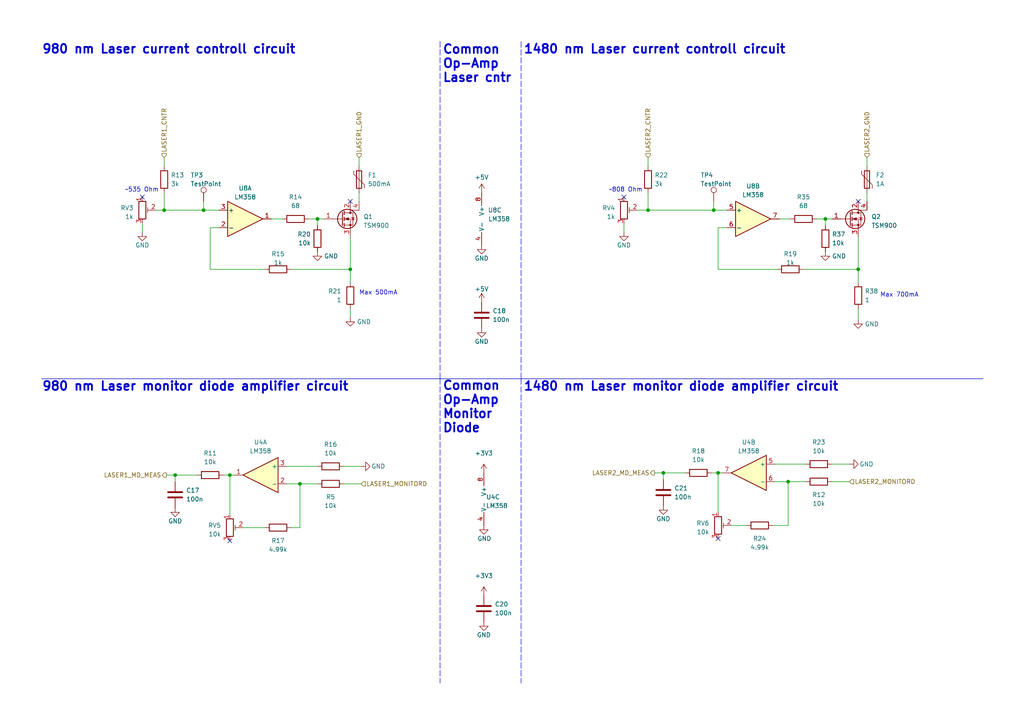
<source format=kicad_sch>
(kicad_sch (version 20230121) (generator eeschema)
  (paper "A4")
  (title_block (title "Laser controller board (Project Sheet)") (date "2023-06-27") (rev "R3.0") (company "Designed by Márk Mihalik"))
  (lib_symbols
    (symbol "Amplifier_Operational:LM358" (pin_names (offset 0.127))
      (property "Reference" "U" (at 0 5.08 0))
      (property "Value" "LM358" (at 0 -5.08 0))
      (symbol "LM358_1_1"
        (polyline (pts (xy -5.08 5.08) (xy 5.08 0) (xy -5.08 -5.08) (xy -5.08 5.08)) (stroke (width 0.254)) (fill (type background)))
        (pin output line (at 7.62 0 180) (length 2.54) (name "~") (number "1"))
        (pin input line (at -7.62 -2.54 0) (length 2.54) (name "-") (number "2"))
        (pin input line (at -7.62 2.54 0) (length 2.54) (name "+") (number "3"))
      )
      (symbol "LM358_2_1"
        (polyline (pts (xy -5.08 5.08) (xy 5.08 0) (xy -5.08 -5.08) (xy -5.08 5.08)) (stroke (width 0.254)) (fill (type background)))
        (pin input line (at -7.62 2.54 0) (length 2.54) (name "+") (number "5"))
        (pin input line (at -7.62 -2.54 0) (length 2.54) (name "-") (number "6"))
        (pin output line (at 7.62 0 180) (length 2.54) (name "~") (number "7"))
      )
      (symbol "LM358_3_1"
        (pin power_in line (at -2.54 -7.62 90) (length 3.81) (name "V-") (number "4"))
        (pin power_in line (at -2.54 7.62 270) (length 3.81) (name "V+") (number "8"))
      )
    )
    (symbol "Connector:TestPoint" (pin_numbers hide) (pin_names (offset 0.762) hide)
      (property "Reference" "TP" (at 0 6.858 0))
      (property "Value" "TestPoint" (at 0 5.08 0))
      (symbol "TestPoint_0_1"
        (circle (center 0 3.302) (radius 0.762))
      )
      (symbol "TestPoint_1_1"
        (pin passive line (at 0 0 90) (length 2.54) (name "1") (number "1"))
      )
    )
    (symbol "Device:C" (pin_numbers hide) (pin_names (offset 0.254))
      (property "Reference" "C" (at 0.635 2.54 0))
      (property "Value" "C" (at 0.635 -2.54 0))
      (symbol "C_0_1"
        (polyline (pts (xy -2.032 -0.762) (xy 2.032 -0.762)) (stroke (width 0.508)))
        (polyline (pts (xy -2.032 0.762) (xy 2.032 0.762)) (stroke (width 0.508)))
      )
      (symbol "C_1_1"
        (pin passive line (at 0 3.81 270) (length 2.794) (name "~") (number "1"))
        (pin passive line (at 0 -3.81 90) (length 2.794) (name "~") (number "2"))
      )
    )
    (symbol "Device:Polyfuse" (pin_numbers hide) (pin_names (offset 0))
      (property "Reference" "F" (at -2.54 0 90))
      (property "Value" "Polyfuse" (at 2.54 0 90))
      (symbol "Polyfuse_0_1"
        (rectangle (start -0.762 2.54) (end 0.762 -2.54) (stroke (width 0.254)))
        (polyline (pts (xy 0 2.54) (xy 0 -2.54)))
        (polyline (pts (xy -1.524 2.54) (xy -1.524 1.524) (xy 1.524 -1.524) (xy 1.524 -2.54)))
      )
      (symbol "Polyfuse_1_1"
        (pin passive line (at 0 3.81 270) (length 1.27) (name "~") (number "1"))
        (pin passive line (at 0 -3.81 90) (length 1.27) (name "~") (number "2"))
      )
    )
    (symbol "Device:Q_NMOS_GDSD" (pin_names (offset 0) hide)
      (property "Reference" "Q" (at 5.08 1.27 0))
      (property "Value" "Q_NMOS_GDSD" (at 5.08 -1.27 0))
      (symbol "Q_NMOS_GDSD_0_1"
        (polyline (pts (xy 0.254 0) (xy -2.54 0)))
        (polyline (pts (xy 0.254 1.905) (xy 0.254 -1.905)) (stroke (width 0.254)))
        (polyline (pts (xy 0.762 -1.27) (xy 0.762 -2.286)) (stroke (width 0.254)))
        (polyline (pts (xy 0.762 0.508) (xy 0.762 -0.508)) (stroke (width 0.254)))
        (polyline (pts (xy 0.762 2.286) (xy 0.762 1.27)) (stroke (width 0.254)))
        (polyline (pts (xy 2.54 -2.54) (xy 2.54 0) (xy 0.762 0)))
        (polyline (pts (xy 5.08 2.54) (xy 2.54 2.54) (xy 2.54 1.778)))
        (polyline (pts (xy 0.762 -1.778) (xy 3.302 -1.778) (xy 3.302 1.778) (xy 0.762 1.778)))
        (polyline (pts (xy 1.016 0) (xy 2.032 0.381) (xy 2.032 -0.381) (xy 1.016 0)) (fill (type outline)))
        (polyline (pts (xy 2.794 0.508) (xy 2.921 0.381) (xy 3.683 0.381) (xy 3.81 0.254)))
        (polyline (pts (xy 3.302 0.381) (xy 2.921 -0.254) (xy 3.683 -0.254) (xy 3.302 0.381)))
        (circle (center 1.651 0) (radius 2.794) (stroke (width 0.254)))
        (circle (center 2.54 -1.778) (radius 0.254) (fill (type outline)))
        (circle (center 2.54 1.778) (radius 0.254) (fill (type outline)))
      )
      (symbol "Q_NMOS_GDSD_1_1"
        (pin input line (at -5.08 0 0) (length 2.54) (name "G") (number "1"))
        (pin passive line (at 2.54 5.08 270) (length 2.54) (name "D") (number "2"))
        (pin passive line (at 2.54 -5.08 90) (length 2.54) (name "S") (number "3"))
        (pin passive line (at 5.08 5.08 270) (length 2.54) (name "D") (number "4"))
      )
    )
    (symbol "Device:R" (pin_numbers hide) (pin_names (offset 0))
      (property "Reference" "R" (at 2.032 0 90))
      (property "Value" "R" (at 0 0 90))
      (symbol "R_0_1"
        (rectangle (start -1.016 -2.54) (end 1.016 2.54) (stroke (width 0.254)))
      )
      (symbol "R_1_1"
        (pin passive line (at 0 3.81 270) (length 1.27) (name "~") (number "1"))
        (pin passive line (at 0 -3.81 90) (length 1.27) (name "~") (number "2"))
      )
    )
    (symbol "Device:R_Potentiometer_Trim" (pin_names (offset 1.016) hide)
      (property "Reference" "RV" (at -4.445 0 90))
      (property "Value" "R_Potentiometer_Trim" (at -2.54 0 90))
      (symbol "R_Potentiometer_Trim_0_1"
        (polyline (pts (xy 1.524 0.762) (xy 1.524 -0.762)))
        (polyline (pts (xy 2.54 0) (xy 1.524 0)))
        (rectangle (start 1.016 2.54) (end -1.016 -2.54) (stroke (width 0.254)))
      )
      (symbol "R_Potentiometer_Trim_1_1"
        (pin passive line (at 0 3.81 270) (length 1.27) (name "1") (number "1"))
        (pin passive line (at 3.81 0 180) (length 1.27) (name "2") (number "2"))
        (pin passive line (at 0 -3.81 90) (length 1.27) (name "3") (number "3"))
      )
    )
    (symbol "power:+3V3" (power) (pin_names (offset 0))
      (property "Value" "+3V3" (at 0 3.556 0))
      (symbol "+3V3_0_1"
        (polyline (pts (xy -0.762 1.27) (xy 0 2.54)))
        (polyline (pts (xy 0 0) (xy 0 2.54)))
        (polyline (pts (xy 0 2.54) (xy 0.762 1.27)))
      )
      (symbol "+3V3_1_1"
        (pin power_in line (at 0 0 90) (length 0) hide (name "+3V3") (number "1"))
      )
    )
    (symbol "power:+5V" (power) (pin_names (offset 0))
      (property "Value" "+5V" (at 0 3.556 0))
      (symbol "+5V_0_1"
        (polyline (pts (xy -0.762 1.27) (xy 0 2.54)))
        (polyline (pts (xy 0 0) (xy 0 2.54)))
        (polyline (pts (xy 0 2.54) (xy 0.762 1.27)))
      )
      (symbol "+5V_1_1"
        (pin power_in line (at 0 0 90) (length 0) hide (name "+5V") (number "1"))
      )
    )
    (symbol "power:GND" (power) (pin_names (offset 0))
      (property "Value" "GND" (at 0 -3.81 0))
      (symbol "GND_0_1"
        (polyline (pts (xy 0 0) (xy 0 -1.27) (xy 1.27 -1.27) (xy 0 -2.54) (xy -1.27 -1.27) (xy 0 -1.27)))
      )
      (symbol "GND_1_1"
        (pin power_in line (at 0 0 270) (length 0) hide (name "GND") (number "1"))
      )
    )
  )
  (junction (at 228.6 139.7))
  (junction (at 208.28 137.16))
  (junction (at 187.96 60.96))
  (junction (at 239.395 63.5))
  (junction (at 92.075 63.5))
  (junction (at 248.92 78.105))
  (junction (at 86.995 140.335))
  (junction (at 207.01 60.96))
  (junction (at 66.675 137.795))
  (junction (at 192.405 137.16))
  (junction (at 59.055 60.96))
  (junction (at 50.8 137.795))
  (junction (at 101.6 78.105))
  (junction (at 47.625 60.96))
  (no_connect (at 101.6 58.42))
  (no_connect (at 248.92 58.42))
  (no_connect (at 180.975 57.15))
  (no_connect (at 66.675 156.845))
  (no_connect (at 208.28 156.21))
  (no_connect (at 41.275 57.15))
  (wire (pts (xy 212.09 152.4) (xy 216.535 152.4)))
  (wire (pts (xy 248.92 89.535) (xy 248.92 92.71)))
  (wire (pts (xy 41.275 64.77) (xy 41.275 67.31)))
  (polyline (pts (xy 12.065 109.855) (xy 285.115 109.855)))
  (wire (pts (xy 60.96 78.105) (xy 76.835 78.105)))
  (wire (pts (xy 104.775 135.255) (xy 99.695 135.255)))
  (polyline (pts (xy 127.635 12.065) (xy 127.635 109.855)) (stroke (width 0) (type dash)))
  (wire (pts (xy 101.6 78.105) (xy 101.6 81.915)))
  (wire (pts (xy 83.185 140.335) (xy 86.995 140.335)))
  (wire (pts (xy 92.075 135.255) (xy 83.185 135.255)))
  (wire (pts (xy 48.26 137.795) (xy 50.8 137.795)))
  (wire (pts (xy 66.675 137.795) (xy 66.675 149.225)))
  (wire (pts (xy 50.8 137.795) (xy 57.15 137.795)))
  (wire (pts (xy 208.28 66.04) (xy 208.28 78.105)))
  (wire (pts (xy 251.46 55.88) (xy 251.46 58.42)))
  (wire (pts (xy 78.74 63.5) (xy 81.915 63.5)))
  (wire (pts (xy 208.28 137.16) (xy 209.55 137.16)))
  (wire (pts (xy 246.38 134.62) (xy 241.3 134.62)))
  (wire (pts (xy 187.96 45.72) (xy 187.96 48.26)))
  (wire (pts (xy 104.14 45.72) (xy 104.14 48.26)))
  (polyline (pts (xy 127.635 109.855) (xy 127.635 198.12)) (stroke (width 0) (type dash)))
  (wire (pts (xy 47.625 45.72) (xy 47.625 48.26)))
  (wire (pts (xy 192.405 137.16) (xy 198.755 137.16)))
  (wire (pts (xy 99.695 140.335) (xy 104.775 140.335)))
  (wire (pts (xy 84.455 78.105) (xy 101.6 78.105)))
  (wire (pts (xy 208.28 78.105) (xy 225.425 78.105)))
  (wire (pts (xy 59.055 58.42) (xy 59.055 60.96)))
  (wire (pts (xy 47.625 60.96) (xy 59.055 60.96)))
  (wire (pts (xy 101.6 89.535) (xy 101.6 92.075)))
  (polyline (pts (xy 151.13 12.065) (xy 151.13 109.855)) (stroke (width 0) (type dash)))
  (wire (pts (xy 187.96 55.88) (xy 187.96 60.96)))
  (wire (pts (xy 210.82 66.04) (xy 208.28 66.04)))
  (wire (pts (xy 208.28 137.16) (xy 208.28 148.59)))
  (wire (pts (xy 92.075 63.5) (xy 93.98 63.5)))
  (wire (pts (xy 248.92 68.58) (xy 248.92 78.105)))
  (wire (pts (xy 228.6 139.7) (xy 228.6 152.4)))
  (wire (pts (xy 70.485 153.035) (xy 76.835 153.035)))
  (wire (pts (xy 180.975 64.77) (xy 180.975 67.31)))
  (wire (pts (xy 189.865 137.16) (xy 192.405 137.16)))
  (wire (pts (xy 84.455 153.035) (xy 86.995 153.035)))
  (wire (pts (xy 207.01 60.96) (xy 210.82 60.96)))
  (wire (pts (xy 59.055 60.96) (xy 63.5 60.96)))
  (wire (pts (xy 207.01 58.42) (xy 207.01 60.96)))
  (wire (pts (xy 239.395 63.5) (xy 241.3 63.5)))
  (wire (pts (xy 192.405 137.16) (xy 192.405 139.065)))
  (wire (pts (xy 50.8 137.795) (xy 50.8 139.7)))
  (polyline (pts (xy 151.13 109.855) (xy 151.13 198.12)) (stroke (width 0) (type dash)))
  (wire (pts (xy 184.785 60.96) (xy 187.96 60.96)))
  (wire (pts (xy 226.06 63.5) (xy 229.235 63.5)))
  (wire (pts (xy 233.68 134.62) (xy 224.79 134.62)))
  (wire (pts (xy 104.14 55.88) (xy 104.14 58.42)))
  (wire (pts (xy 47.625 60.96) (xy 47.625 55.88)))
  (wire (pts (xy 89.535 63.5) (xy 92.075 63.5)))
  (wire (pts (xy 92.075 65.405) (xy 92.075 63.5)))
  (wire (pts (xy 101.6 68.58) (xy 101.6 78.105)))
  (wire (pts (xy 248.92 78.105) (xy 248.92 81.915)))
  (wire (pts (xy 63.5 66.04) (xy 60.96 66.04)))
  (wire (pts (xy 45.085 60.96) (xy 47.625 60.96)))
  (wire (pts (xy 228.6 139.7) (xy 233.68 139.7)))
  (wire (pts (xy 233.045 78.105) (xy 248.92 78.105)))
  (wire (pts (xy 206.375 137.16) (xy 208.28 137.16)))
  (wire (pts (xy 187.96 60.96) (xy 207.01 60.96)))
  (wire (pts (xy 251.46 45.72) (xy 251.46 48.26)))
  (wire (pts (xy 60.96 66.04) (xy 60.96 78.105)))
  (wire (pts (xy 66.675 137.795) (xy 67.945 137.795)))
  (wire (pts (xy 64.77 137.795) (xy 66.675 137.795)))
  (wire (pts (xy 224.155 152.4) (xy 228.6 152.4)))
  (wire (pts (xy 224.79 139.7) (xy 228.6 139.7)))
  (wire (pts (xy 236.855 63.5) (xy 239.395 63.5)))
  (wire (pts (xy 86.995 153.035) (xy 86.995 140.335)))
  (wire (pts (xy 239.395 65.405) (xy 239.395 63.5)))
  (wire (pts (xy 86.995 140.335) (xy 92.075 140.335)))
  (wire (pts (xy 241.3 139.7) (xy 246.38 139.7)))
  (text "Max 700mA" (at 255.27 86.36 0) (effects (font (size 1.27 1.27)) (justify left bottom)))
  (text "980 nm Laser monitor diode amplifier circuit" (at 12.065 113.665 0) (effects (font (size 2.54 2.54) (thickness 0.508) bold) (justify left bottom)))
  (text "~535 Ohm" (at 36.195 55.88 0) (effects (font (size 1.27 1.27)) (justify left bottom)))
  (text "1480 nm Laser current controll circuit\n" (at 151.765 15.875 0) (effects (font (size 2.54 2.54) bold) (justify left bottom)))
  (text "980 nm Laser current controll circuit\n" (at 12.065 15.875 0) (effects (font (size 2.54 2.54) bold) (justify left bottom)))
  (text "1480 nm Laser monitor diode amplifier circuit" (at 151.765 113.665 0) (effects (font (size 2.54 2.54) (thickness 0.508) bold) (justify left bottom)))
  (text "~808 Ohm" (at 176.53 55.88 0) (effects (font (size 1.27 1.27)) (justify left bottom)))
  (text "Common\nOp-Amp\nMonitor\nDiode\n" (at 128.27 125.73 0) (effects (font (size 2.54 2.54) (thickness 0.508) bold) (justify left bottom)))
  (text "Max 500mA" (at 104.14 85.725 0) (effects (font (size 1.27 1.27)) (justify left bottom)))
  (text "Common\nOp-Amp\nLaser cntr\n" (at 128.27 24.13 0) (effects (font (size 2.54 2.54) (thickness 0.508) bold) (justify left bottom)))
  (hierarchical_label "LASER2_MD_MEAS" (shape output) (at 189.865 137.16 180))
  (hierarchical_label "LASER1_MD_MEAS" (shape output) (at 48.26 137.795 180))
  (hierarchical_label "LASER1_GND" (shape input) (at 104.14 45.72 90))
  (hierarchical_label "LASER2_GND" (shape input) (at 251.46 45.72 90))
  (hierarchical_label "LASER2_MONITORD" (shape input) (at 246.38 139.7 0))
  (hierarchical_label "LASER1_CNTR" (shape input) (at 47.625 45.72 90))
  (hierarchical_label "LASER1_MONITORD" (shape input) (at 104.775 140.335 0))
  (hierarchical_label "LASER2_CNTR" (shape input) (at 187.96 45.72 90))
  (symbol (lib_id "power:+3V3") (at 140.335 137.16 0) (unit 1)
    (property "Reference" "#PWR0175" (effects hide))
    (property "Value" "+3V3" (at 140.335 131.445 0))
  )
  (symbol (lib_id "Amplifier_Operational:LM358") (at 142.24 63.5 0) (unit 3)
    (property "Reference" "U8" (at 143.51 60.96 0))
    (property "Value" "LM358" (at 144.78 63.5 0))
    (property "Footprint" "Package_SO:SOIC-8_3.9x4.9mm_P1.27mm" (effects hide))
    (property "Datasheet" "http://www.ti.com/lit/ds/symlink/lm2904-n.pdf" (effects hide))
    (property "Lomex" "89-24-38" (effects hide))
  )
  (symbol (lib_id "Device:C") (at 50.8 143.51 0) (unit 1)
    (property "Reference" "C17" (at 53.975 142.2399 0) (effects (justify left)))
    (property "Value" "100n" (at 53.975 144.7799 0) (effects (justify left)))
    (property "Footprint" "Capacitor_SMD:C_0805_2012Metric_Pad1.18x1.45mm_HandSolder" (effects hide))
    (property "Lomex" "82-13-46" (effects hide))
  )
  (symbol (lib_id "Device:R") (at 248.92 85.725 180) (unit 1)
    (property "Reference" "R38" (at 250.825 84.4549 0) (effects (justify right)))
    (property "Value" "1" (at 250.825 86.9949 0) (effects (justify right)))
    (property "Footprint" "Resistor_SMD:R_2512_6332Metric_Pad1.40x3.35mm_HandSolder" (effects hide))
    (property "Lomex" "80-57-39" (effects hide))
  )
  (symbol (lib_id "power:GND") (at 180.975 67.31 0) (unit 1)
    (property "Reference" "#PWR0144" (effects hide))
    (property "Value" "GND" (at 180.975 71.12 0))
  )
  (symbol (lib_id "Device:Polyfuse") (at 104.14 52.07 0) (unit 1)
    (property "Reference" "F1" (at 106.68 50.7999 0) (effects (justify left)))
    (property "Value" "500mA" (at 106.68 53.3399 0) (effects (justify left)))
    (property "Footprint" "Fuse:Fuse_2512_6332Metric_Pad1.52x3.35mm_HandSolder" (effects hide))
    (property "Lomex" "44-02-65" (effects hide))
  )
  (symbol (lib_id "Connector:TestPoint") (at 59.055 58.42 0) (unit 1)
    (property "Reference" "TP3" (at 55.245 50.8 0) (effects (justify left)))
    (property "Value" "TestPoint" (at 55.245 53.34 0) (effects (justify left)))
    (property "Footprint" "TestPoint:TestPoint_Pad_D2.5mm" (effects hide))
  )
  (symbol (lib_id "Connector:TestPoint") (at 207.01 58.42 0) (unit 1)
    (property "Reference" "TP4" (at 203.2 50.8 0) (effects (justify left)))
    (property "Value" "TestPoint" (at 203.2 53.34 0) (effects (justify left)))
    (property "Footprint" "TestPoint:TestPoint_Pad_D2.5mm" (effects hide))
  )
  (symbol (lib_id "Device:R") (at 237.49 134.62 90) (unit 1)
    (property "Reference" "R23" (at 237.49 128.27 90))
    (property "Value" "10k" (at 237.49 130.81 90))
    (property "Footprint" "Resistor_SMD:R_0805_2012Metric_Pad1.20x1.40mm_HandSolder" (effects hide))
    (property "Lomex" "80-54-49" (effects hide))
  )
  (symbol (lib_id "power:GND") (at 140.335 152.4 0) (unit 1)
    (property "Reference" "#PWR0147" (effects hide))
    (property "Value" "GND" (at 138.43 156.21 0) (effects (justify left)))
  )
  (symbol (lib_id "Device:R_Potentiometer_Trim") (at 66.675 153.035 0) (unit 1)
    (property "Reference" "RV5" (at 64.135 152.4 0) (effects (justify right)))
    (property "Value" "10k" (at 64.135 154.94 0) (effects (justify right)))
    (property "Footprint" "Potentiometer_SMD:Potentiometer_Bourns_3214G_Horizontal" (effects hide))
    (property "Lomex" "90-00-16" (effects hide))
  )
  (symbol (lib_id "Device:R") (at 95.885 140.335 90) (unit 1)
    (property "Reference" "R5" (at 95.885 144.145 90))
    (property "Value" "10k" (at 95.885 146.685 90))
    (property "Footprint" "Resistor_SMD:R_0805_2012Metric_Pad1.20x1.40mm_HandSolder" (effects hide))
    (property "Lomex" "80-54-49" (effects hide))
  )
  (symbol (lib_id "power:GND") (at 239.395 73.025 0) (unit 1)
    (property "Reference" "#PWR0143" (effects hide))
    (property "Value" "GND" (at 241.3 74.2949 0) (effects (justify left)))
  )
  (symbol (lib_id "power:GND") (at 50.8 147.32 0) (unit 1)
    (property "Reference" "#PWR0145" (effects hide))
    (property "Value" "GND" (at 50.8 151.13 0))
  )
  (symbol (lib_id "Device:R") (at 95.885 135.255 90) (unit 1)
    (property "Reference" "R16" (at 95.885 128.905 90))
    (property "Value" "10k" (at 95.885 131.445 90))
    (property "Footprint" "Resistor_SMD:R_0805_2012Metric_Pad1.20x1.40mm_HandSolder" (effects hide))
    (property "Lomex" "80-54-49" (effects hide))
  )
  (symbol (lib_id "Amplifier_Operational:LM358") (at 217.17 137.16 0) (mirror y) (unit 2)
    (property "Reference" "U4" (at 217.17 128.27 0))
    (property "Value" "LM358" (at 217.17 130.81 0))
    (property "Footprint" "Package_SO:SOIC-8_3.9x4.9mm_P1.27mm" (effects hide))
    (property "Datasheet" "http://www.ti.com/lit/ds/symlink/lm2904-n.pdf" (effects hide))
    (property "Lomex" "89-24-38" (effects hide))
  )
  (symbol (lib_id "Device:C") (at 192.405 142.875 0) (unit 1)
    (property "Reference" "C21" (at 195.58 141.6049 0) (effects (justify left)))
    (property "Value" "100n" (at 195.58 144.1449 0) (effects (justify left)))
    (property "Footprint" "Capacitor_SMD:C_0805_2012Metric_Pad1.18x1.45mm_HandSolder" (effects hide))
    (property "Lomex" "82-13-46" (effects hide))
  )
  (symbol (lib_id "Device:C") (at 139.7 91.44 0) (unit 1)
    (property "Reference" "C18" (at 142.875 90.1699 0) (effects (justify left)))
    (property "Value" "100n" (at 142.875 92.7099 0) (effects (justify left)))
    (property "Footprint" "Capacitor_SMD:C_0805_2012Metric_Pad1.18x1.45mm_HandSolder" (effects hide))
    (property "Lomex" "82-13-46" (effects hide))
  )
  (symbol (lib_id "Device:Polyfuse") (at 251.46 52.07 0) (unit 1)
    (property "Reference" "F2" (at 254 50.7999 0) (effects (justify left)))
    (property "Value" "1A" (at 254 53.3399 0) (effects (justify left)))
    (property "Footprint" "Fuse:Fuse_2512_6332Metric_Pad1.52x3.35mm_HandSolder" (effects hide))
    (property "Lomex" "44-01-78" (effects hide))
  )
  (symbol (lib_id "power:GND") (at 248.92 92.71 0) (unit 1)
    (property "Reference" "#PWR0139" (effects hide))
    (property "Value" "GND" (at 250.825 93.9799 0) (effects (justify left)))
  )
  (symbol (lib_id "power:GND") (at 192.405 146.685 0) (unit 1)
    (property "Reference" "#PWR0148" (effects hide))
    (property "Value" "GND" (at 192.405 150.495 0))
  )
  (symbol (lib_id "Device:R") (at 220.345 152.4 90) (unit 1)
    (property "Reference" "R24" (at 220.345 156.21 90))
    (property "Value" "4.99k" (at 220.345 158.75 90))
    (property "Footprint" "Resistor_SMD:R_0805_2012Metric_Pad1.20x1.40mm_HandSolder" (effects hide))
    (property "Lomex" "80-14-08 " (effects hide))
  )
  (symbol (lib_id "Device:R_Potentiometer_Trim") (at 41.275 60.96 0) (unit 1)
    (property "Reference" "RV3" (at 38.735 60.325 0) (effects (justify right)))
    (property "Value" "1k" (at 38.735 62.865 0) (effects (justify right)))
    (property "Footprint" "Potentiometer_THT:Potentiometer_Bourns_3296X_Horizontal" (effects hide))
    (property "Lomex" "05-06-16" (effects hide))
  )
  (symbol (lib_id "Device:R") (at 92.075 69.215 0) (mirror x) (unit 1)
    (property "Reference" "R20" (at 90.17 67.9449 0) (effects (justify right)))
    (property "Value" "10k" (at 90.17 70.4849 0) (effects (justify right)))
    (property "Footprint" "Resistor_SMD:R_0805_2012Metric_Pad1.20x1.40mm_HandSolder" (effects hide))
    (property "Lomex" "80-54-49" (effects hide))
  )
  (symbol (lib_id "power:GND") (at 140.335 180.34 0) (unit 1)
    (property "Reference" "#PWR0146" (effects hide))
    (property "Value" "GND" (at 140.335 184.15 0))
  )
  (symbol (lib_id "power:GND") (at 101.6 92.075 0) (unit 1)
    (property "Reference" "#PWR0140" (effects hide))
    (property "Value" "GND" (at 103.505 93.3449 0) (effects (justify left)))
  )
  (symbol (lib_id "Device:R") (at 233.045 63.5 90) (unit 1)
    (property "Reference" "R35" (at 233.045 57.15 90))
    (property "Value" "68" (at 233.045 59.69 90))
    (property "Footprint" "Resistor_SMD:R_0805_2012Metric_Pad1.20x1.40mm_HandSolder" (effects hide))
    (property "Lomex" "80-56-46" (effects hide))
  )
  (symbol (lib_id "power:+5V") (at 139.7 55.88 0) (unit 1)
    (property "Reference" "#PWR0165" (effects hide))
    (property "Value" "+5V" (at 139.7 51.435 0))
  )
  (symbol (lib_id "Device:R") (at 239.395 69.215 180) (unit 1)
    (property "Reference" "R37" (at 241.3 67.9449 0) (effects (justify right)))
    (property "Value" "10k" (at 241.3 70.4849 0) (effects (justify right)))
    (property "Footprint" "Resistor_SMD:R_0805_2012Metric_Pad1.20x1.40mm_HandSolder" (effects hide))
    (property "Lomex" "80-54-49" (effects hide))
  )
  (symbol (lib_id "Device:Q_NMOS_GDSD") (at 99.06 63.5 0) (unit 1)
    (property "Reference" "Q1" (at 105.41 62.865 0) (effects (justify left)))
    (property "Value" "TSM900" (at 105.41 65.405 0) (effects (justify left)))
    (property "Footprint" "Package_TO_SOT_SMD:SOT-223" (effects hide))
    (property "Lomex" "86-05-08" (effects hide))
  )
  (symbol (lib_id "Amplifier_Operational:LM358") (at 218.44 63.5 0) (unit 2)
    (property "Reference" "U8" (at 218.44 53.975 0))
    (property "Value" "LM358" (at 218.44 56.515 0))
    (property "Footprint" "Package_SO:SOIC-8_3.9x4.9mm_P1.27mm" (effects hide))
    (property "Datasheet" "http://www.ti.com/lit/ds/symlink/lm2904-n.pdf" (effects hide))
    (property "Lomex" "89-24-38" (effects hide))
  )
  (symbol (lib_id "Device:Q_NMOS_GDSD") (at 246.38 63.5 0) (unit 1)
    (property "Reference" "Q2" (at 252.73 62.865 0) (effects (justify left)))
    (property "Value" "TSM900" (at 252.73 65.405 0) (effects (justify left)))
    (property "Footprint" "Package_TO_SOT_SMD:SOT-223" (effects hide))
    (property "Lomex" "86-05-08" (effects hide))
  )
  (symbol (lib_id "power:GND") (at 139.7 95.25 0) (unit 1)
    (property "Reference" "#PWR0141" (effects hide))
    (property "Value" "GND" (at 139.7 99.06 0))
  )
  (symbol (lib_id "Device:R") (at 60.96 137.795 90) (unit 1)
    (property "Reference" "R11" (at 60.96 131.445 90))
    (property "Value" "10k" (at 60.96 133.985 90))
    (property "Footprint" "Resistor_SMD:R_0805_2012Metric_Pad1.20x1.40mm_HandSolder" (effects hide))
    (property "Lomex" "80-54-49" (effects hide))
  )
  (symbol (lib_id "Device:C") (at 140.335 176.53 0) (unit 1)
    (property "Reference" "C20" (at 143.51 175.2599 0) (effects (justify left)))
    (property "Value" "100n" (at 143.51 177.7999 0) (effects (justify left)))
    (property "Footprint" "Capacitor_SMD:C_0805_2012Metric_Pad1.18x1.45mm_HandSolder" (effects hide))
    (property "Lomex" "82-13-46" (effects hide))
  )
  (symbol (lib_id "Device:R_Potentiometer_Trim") (at 180.975 60.96 0) (unit 1)
    (property "Reference" "RV4" (at 178.435 60.325 0) (effects (justify right)))
    (property "Value" "1k" (at 178.435 62.865 0) (effects (justify right)))
    (property "Footprint" "Potentiometer_THT:Potentiometer_Bourns_3296X_Horizontal" (effects hide))
    (property "Lomex" "05-06-16" (effects hide))
  )
  (symbol (lib_id "Amplifier_Operational:LM358") (at 137.795 144.78 0) (mirror y) (unit 3)
    (property "Reference" "U4" (at 140.97 144.145 0) (effects (justify right)))
    (property "Value" "LM358" (at 140.97 146.685 0) (effects (justify right)))
    (property "Footprint" "Package_SO:SOIC-8_3.9x4.9mm_P1.27mm" (effects hide))
    (property "Datasheet" "http://www.ti.com/lit/ds/symlink/lm2904-n.pdf" (effects hide))
    (property "Lomex" "89-24-38" (effects hide))
  )
  (symbol (lib_id "Amplifier_Operational:LM358") (at 75.565 137.795 0) (mirror y) (unit 1)
    (property "Reference" "U4" (at 75.565 128.27 0))
    (property "Value" "LM358" (at 75.565 130.81 0))
    (property "Footprint" "Package_SO:SOIC-8_3.9x4.9mm_P1.27mm" (effects hide))
    (property "Datasheet" "http://www.ti.com/lit/ds/symlink/lm2904-n.pdf" (effects hide))
    (property "Lomex" "89-24-38" (effects hide))
  )
  (symbol (lib_id "Device:R") (at 101.6 85.725 0) (mirror x) (unit 1)
    (property "Reference" "R21" (at 99.06 84.4549 0) (effects (justify right)))
    (property "Value" "1" (at 99.06 86.9949 0) (effects (justify right)))
    (property "Footprint" "Resistor_SMD:R_2512_6332Metric_Pad1.40x3.35mm_HandSolder" (effects hide))
    (property "Lomex" "80-57-39" (effects hide))
  )
  (symbol (lib_id "Device:R") (at 80.645 78.105 270) (mirror x) (unit 1)
    (property "Reference" "R15" (at 80.645 73.66 90))
    (property "Value" "1k" (at 80.645 76.2 90))
    (property "Footprint" "Resistor_SMD:R_0805_2012Metric_Pad1.20x1.40mm_HandSolder" (effects hide))
    (property "Lomex" "80-55-68" (effects hide))
  )
  (symbol (lib_id "Device:R") (at 80.645 153.035 90) (unit 1)
    (property "Reference" "R17" (at 80.645 156.845 90))
    (property "Value" "4.99k" (at 80.645 159.385 90))
    (property "Footprint" "Resistor_SMD:R_0805_2012Metric_Pad1.20x1.40mm_HandSolder" (effects hide))
    (property "Lomex" "80-14-08 " (effects hide))
  )
  (symbol (lib_id "Amplifier_Operational:LM358") (at 71.12 63.5 0) (unit 1)
    (property "Reference" "U8" (at 71.12 54.61 0))
    (property "Value" "LM358" (at 71.12 57.15 0))
    (property "Footprint" "Package_SO:SOIC-8_3.9x4.9mm_P1.27mm" (effects hide))
    (property "Datasheet" "http://www.ti.com/lit/ds/symlink/lm2904-n.pdf" (effects hide))
    (property "Lomex" "89-24-38" (effects hide))
  )
  (symbol (lib_id "power:GND") (at 246.38 134.62 90) (unit 1)
    (property "Reference" "#PWR0138" (effects hide))
    (property "Value" "GND" (at 253.365 134.62 90) (effects (justify left)))
  )
  (symbol (lib_id "Device:R") (at 237.49 139.7 90) (unit 1)
    (property "Reference" "R12" (at 237.49 143.51 90))
    (property "Value" "10k" (at 237.49 146.05 90))
    (property "Footprint" "Resistor_SMD:R_0805_2012Metric_Pad1.20x1.40mm_HandSolder" (effects hide))
    (property "Lomex" "80-54-49" (effects hide))
  )
  (symbol (lib_id "power:GND") (at 41.275 67.31 0) (unit 1)
    (property "Reference" "#PWR0150" (effects hide))
    (property "Value" "GND" (at 41.275 71.12 0))
  )
  (symbol (lib_id "power:+3V3") (at 140.335 172.72 0) (unit 1)
    (property "Reference" "#PWR0174" (effects hide))
    (property "Value" "+3V3" (at 140.335 167.005 0))
  )
  (symbol (lib_id "power:+5V") (at 139.7 87.63 0) (unit 1)
    (property "Reference" "#PWR0164" (effects hide))
    (property "Value" "+5V" (at 139.7 83.82 0))
  )
  (symbol (lib_id "Device:R") (at 85.725 63.5 270) (mirror x) (unit 1)
    (property "Reference" "R14" (at 85.725 57.15 90))
    (property "Value" "68" (at 85.725 59.69 90))
    (property "Footprint" "Resistor_SMD:R_0805_2012Metric_Pad1.20x1.40mm_HandSolder" (effects hide))
    (property "Lomex" "80-56-46" (effects hide))
  )
  (symbol (lib_id "Device:R") (at 47.625 52.07 180) (unit 1)
    (property "Reference" "R13" (at 49.53 50.7999 0) (effects (justify right)))
    (property "Value" "3k" (at 49.53 53.3399 0) (effects (justify right)))
    (property "Footprint" "Resistor_SMD:R_0805_2012Metric_Pad1.20x1.40mm_HandSolder" (effects hide))
    (property "Lomex" "80-11-62" (effects hide))
  )
  (symbol (lib_id "Device:R") (at 202.565 137.16 90) (unit 1)
    (property "Reference" "R18" (at 202.565 130.81 90))
    (property "Value" "10k" (at 202.565 133.35 90))
    (property "Footprint" "Resistor_SMD:R_0805_2012Metric_Pad1.20x1.40mm_HandSolder" (effects hide))
    (property "Lomex" "80-54-49" (effects hide))
  )
  (symbol (lib_id "power:GND") (at 139.7 71.12 0) (unit 1)
    (property "Reference" "#PWR0142" (effects hide))
    (property "Value" "GND" (at 139.7 74.93 0))
  )
  (symbol (lib_id "Device:R_Potentiometer_Trim") (at 208.28 152.4 0) (unit 1)
    (property "Reference" "RV6" (at 205.74 151.765 0) (effects (justify right)))
    (property "Value" "10k" (at 205.74 154.305 0) (effects (justify right)))
    (property "Footprint" "Potentiometer_SMD:Potentiometer_Bourns_3214G_Horizontal" (effects hide))
    (property "Lomex" "90-00-16" (effects hide))
  )
  (symbol (lib_id "power:GND") (at 92.075 73.025 0) (unit 1)
    (property "Reference" "#PWR0151" (effects hide))
    (property "Value" "GND" (at 93.98 74.2949 0) (effects (justify left)))
  )
  (symbol (lib_id "power:GND") (at 104.775 135.255 90) (unit 1)
    (property "Reference" "#PWR0149" (effects hide))
    (property "Value" "GND" (at 111.76 135.255 90) (effects (justify left)))
  )
  (symbol (lib_id "Device:R") (at 229.235 78.105 270) (mirror x) (unit 1)
    (property "Reference" "R19" (at 229.235 73.66 90))
    (property "Value" "1k" (at 229.235 76.2 90))
    (property "Footprint" "Resistor_SMD:R_0805_2012Metric_Pad1.20x1.40mm_HandSolder" (effects hide))
    (property "Lomex" "80-55-68" (effects hide))
  )
  (symbol (lib_id "Device:R") (at 187.96 52.07 180) (unit 1)
    (property "Reference" "R22" (at 189.865 50.7999 0) (effects (justify right)))
    (property "Value" "3k" (at 189.865 53.3399 0) (effects (justify right)))
    (property "Footprint" "Resistor_SMD:R_0805_2012Metric_Pad1.20x1.40mm_HandSolder" (effects hide))
    (property "Lomex" "80-11-62" (effects hide))
  )
)
</source>
